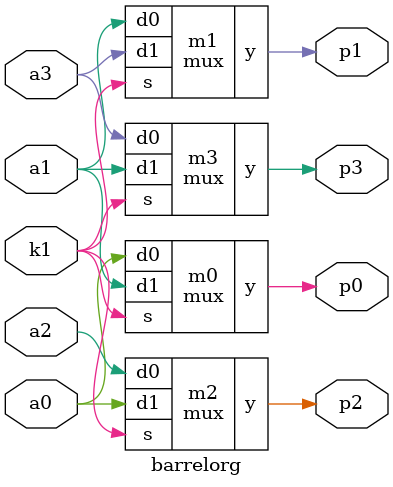
<source format=sv>
module mux(output y,input d0,d1,s);
assign y= (d0 & ~s)|(d1 & s);
endmodule

module barrelorg(a0,a1,a2,a3,k1,p0,p1,p2,p3);
input a0,a1,a2,a3,k1;
output p0,p1,p2,p3;

mux m0(p0,a0,a1,k1);
mux m1(p1,a1,a3,k1);
mux m2(p2,a2,a0,k1);
mux m3(p3,a3,a1,k1);


endmodule
</source>
